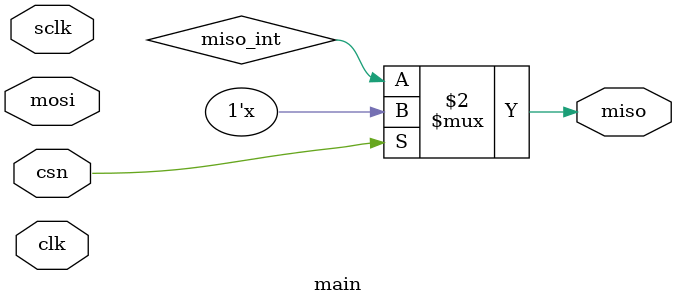
<source format=v>
`timescale 1ns / 1ps

module main(
	clk, 
	sclk, csn, miso, mosi
	//oen, wen, cen, 
	//addr, 
	//data
);

	/*******************************************************************
	 * define inputs and outputs */
	input clk;

	input sclk;
	input csn;
	output miso; 
	input mosi;

	//output oen;
	//output wen;
	//output cen;

	//output [16:0] addr;

	//inout [7:0] data;

	/*******************************************************************
	* SPI handling block  */

	// shift register for spi bits
	reg [27:0] spi_buffer;

	always @ (posedge sclk) begin




	end

	// SPI lines go line during csn high
	assign miso = csn ? 1'bZ : miso_int;

endmodule




</source>
